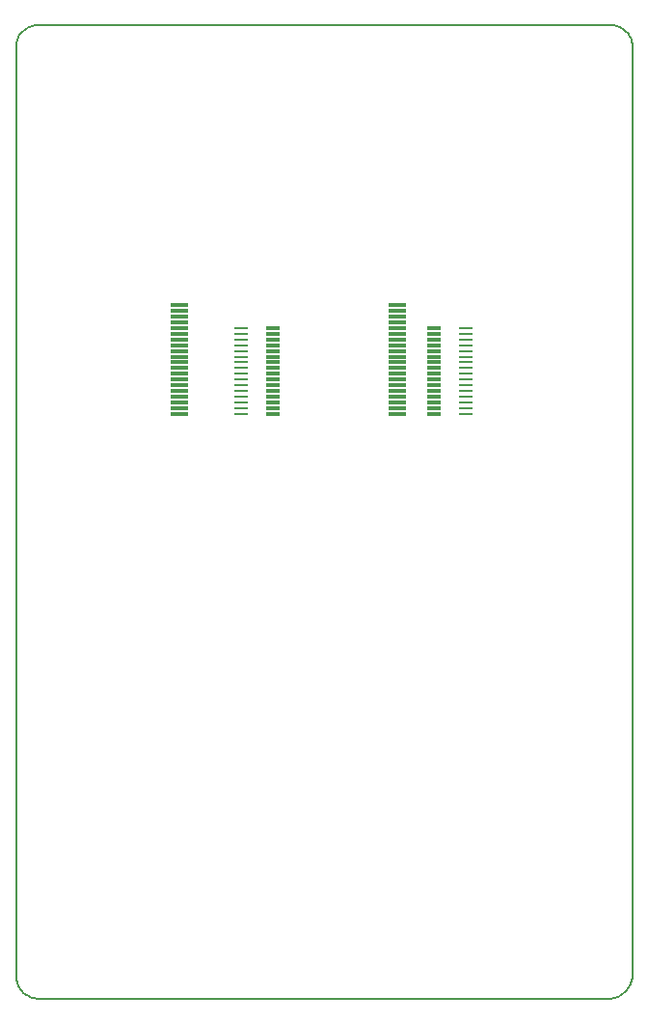
<source format=gbp>
G75*
G70*
%OFA0B0*%
%FSLAX24Y24*%
%IPPOS*%
%LPD*%
%AMOC8*
5,1,8,0,0,1.08239X$1,22.5*
%
%ADD10C,0.0050*%
%ADD11R,0.0472X0.0122*%
%ADD12R,0.0630X0.0118*%
%ADD13R,0.0470X0.0115*%
D10*
X000613Y001440D02*
X000613Y033527D01*
X000615Y033580D01*
X000621Y033632D01*
X000630Y033684D01*
X000643Y033735D01*
X000660Y033785D01*
X000680Y033834D01*
X000703Y033881D01*
X000730Y033926D01*
X000760Y033969D01*
X000793Y034010D01*
X000829Y034049D01*
X000868Y034085D01*
X000909Y034118D01*
X000952Y034148D01*
X000997Y034175D01*
X001044Y034198D01*
X001093Y034218D01*
X001143Y034235D01*
X001194Y034248D01*
X001246Y034257D01*
X001298Y034263D01*
X001351Y034265D01*
X021181Y034265D01*
X021234Y034263D01*
X021286Y034257D01*
X021338Y034248D01*
X021389Y034235D01*
X021439Y034218D01*
X021488Y034198D01*
X021535Y034175D01*
X021580Y034148D01*
X021623Y034118D01*
X021664Y034085D01*
X021703Y034049D01*
X021739Y034010D01*
X021772Y033969D01*
X021802Y033926D01*
X021829Y033881D01*
X021852Y033834D01*
X021872Y033785D01*
X021889Y033735D01*
X021902Y033684D01*
X021911Y033632D01*
X021917Y033580D01*
X021919Y033527D01*
X021919Y001524D01*
X021920Y001524D02*
X021919Y001467D01*
X021916Y001411D01*
X021908Y001355D01*
X021897Y001300D01*
X021882Y001246D01*
X021864Y001193D01*
X021842Y001141D01*
X021817Y001090D01*
X021788Y001042D01*
X021757Y000995D01*
X021723Y000951D01*
X021685Y000909D01*
X021645Y000869D01*
X021603Y000832D01*
X021558Y000798D01*
X021511Y000767D01*
X021462Y000739D01*
X021412Y000714D01*
X021360Y000693D01*
X021306Y000675D01*
X021252Y000661D01*
X021197Y000650D01*
X021141Y000643D01*
X021085Y000639D01*
X021084Y000640D02*
X001413Y000640D01*
X001358Y000642D01*
X001304Y000647D01*
X001250Y000657D01*
X001197Y000670D01*
X001145Y000686D01*
X001094Y000706D01*
X001045Y000730D01*
X000997Y000756D01*
X000952Y000786D01*
X000908Y000819D01*
X000867Y000855D01*
X000828Y000894D01*
X000792Y000935D01*
X000759Y000979D01*
X000729Y001024D01*
X000703Y001072D01*
X000679Y001121D01*
X000659Y001172D01*
X000643Y001224D01*
X000630Y001277D01*
X000620Y001331D01*
X000615Y001385D01*
X000613Y001440D01*
D11*
X009474Y020851D03*
X009474Y021048D03*
X009474Y021245D03*
X009474Y021442D03*
X009474Y021639D03*
X009474Y021835D03*
X009474Y022032D03*
X009474Y022229D03*
X009474Y022426D03*
X009474Y022623D03*
X009474Y022820D03*
X009474Y023016D03*
X009474Y023213D03*
X009474Y023410D03*
X009474Y023607D03*
X009474Y023804D03*
X015065Y023804D03*
X015065Y023607D03*
X015065Y023410D03*
X015065Y023213D03*
X015065Y023016D03*
X015065Y022820D03*
X015065Y022623D03*
X015065Y022426D03*
X015065Y022229D03*
X015065Y022032D03*
X015065Y021835D03*
X015065Y021639D03*
X015065Y021442D03*
X015065Y021245D03*
X015065Y021048D03*
X015065Y020851D03*
D12*
X013797Y020851D03*
X013797Y021048D03*
X013797Y021245D03*
X013797Y021442D03*
X013797Y021639D03*
X013797Y021835D03*
X013797Y022032D03*
X013797Y022229D03*
X013797Y022426D03*
X013797Y022623D03*
X013797Y022820D03*
X013797Y023017D03*
X013797Y023213D03*
X013797Y023410D03*
X013797Y023607D03*
X013797Y023804D03*
X013797Y024001D03*
X013797Y024198D03*
X013797Y024394D03*
X013797Y024591D03*
X006238Y024591D03*
X006238Y024394D03*
X006238Y024198D03*
X006238Y024001D03*
X006238Y023804D03*
X006238Y023607D03*
X006238Y023410D03*
X006238Y023213D03*
X006238Y023017D03*
X006238Y022820D03*
X006238Y022623D03*
X006238Y022426D03*
X006238Y022229D03*
X006238Y022032D03*
X006238Y021835D03*
X006238Y021639D03*
X006238Y021442D03*
X006238Y021245D03*
X006238Y021048D03*
X006238Y020851D03*
D13*
X008387Y020851D03*
X008387Y021048D03*
X008387Y021245D03*
X008387Y021442D03*
X008387Y021639D03*
X008387Y021835D03*
X008387Y022032D03*
X008387Y022229D03*
X008387Y022426D03*
X008387Y022623D03*
X008387Y022820D03*
X008387Y023016D03*
X008387Y023213D03*
X008387Y023410D03*
X008387Y023607D03*
X008387Y023804D03*
X016143Y023804D03*
X016143Y023607D03*
X016143Y023410D03*
X016143Y023213D03*
X016143Y023016D03*
X016143Y022820D03*
X016143Y022623D03*
X016143Y022426D03*
X016143Y022229D03*
X016143Y022032D03*
X016143Y021835D03*
X016143Y021639D03*
X016143Y021442D03*
X016143Y021245D03*
X016143Y021048D03*
X016143Y020851D03*
M02*

</source>
